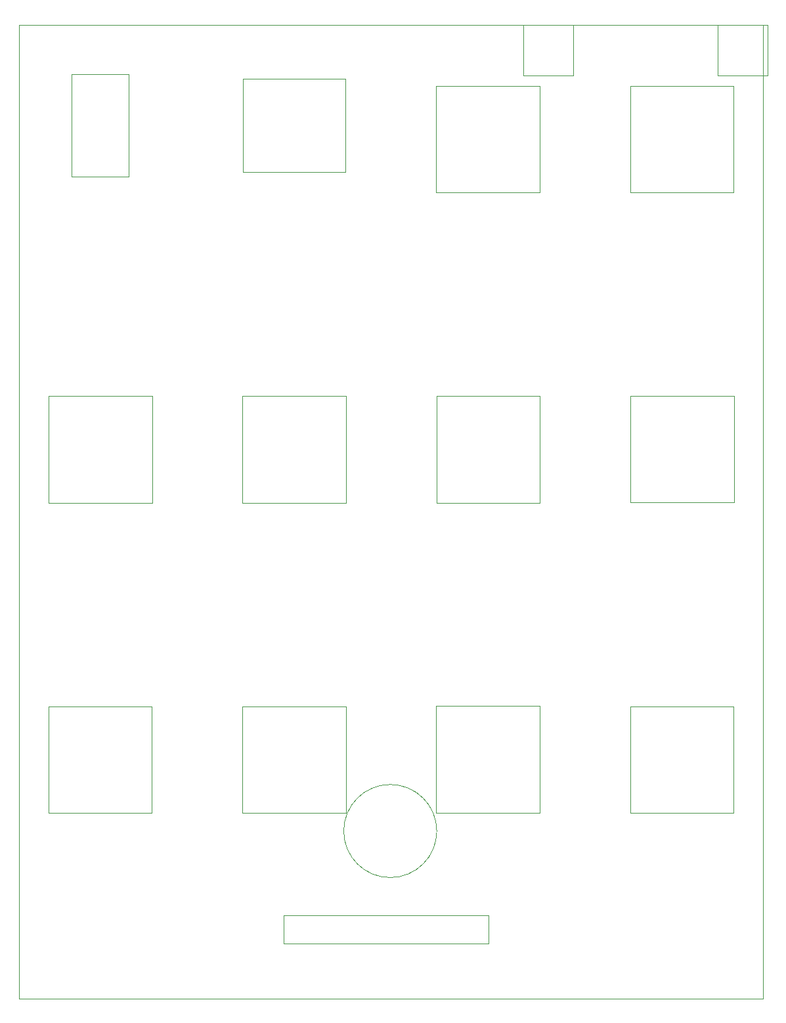
<source format=gbr>
%TF.GenerationSoftware,KiCad,Pcbnew,(5.1.9)-1*%
%TF.CreationDate,2021-11-13T23:25:43+00:00*%
%TF.ProjectId,KOSMOS Function Generator,4b4f534d-4f53-4204-9675-6e6374696f6e,rev?*%
%TF.SameCoordinates,Original*%
%TF.FileFunction,Other,User*%
%FSLAX46Y46*%
G04 Gerber Fmt 4.6, Leading zero omitted, Abs format (unit mm)*
G04 Created by KiCad (PCBNEW (5.1.9)-1) date 2021-11-13 23:25:43*
%MOMM*%
%LPD*%
G01*
G04 APERTURE LIST*
%TA.AperFunction,Profile*%
%ADD10C,0.050000*%
%TD*%
%ADD11C,0.050000*%
%ADD12C,0.120000*%
G04 APERTURE END LIST*
D10*
X19430000Y-142240000D02*
X19430000Y-16680000D01*
X115400000Y-142240000D02*
X19430000Y-142240000D01*
X115400000Y-16680000D02*
X115400000Y-142240000D01*
X19430000Y-16680000D02*
X115400000Y-16680000D01*
D11*
%TO.C,RV2*%
X111610000Y-78300000D02*
X111610000Y-64550000D01*
X98270000Y-78300000D02*
X111610000Y-78300000D01*
X98270000Y-64550000D02*
X98270000Y-78300000D01*
X111610000Y-64550000D02*
X98270000Y-64550000D01*
%TO.C,D8*%
X90930000Y-16740000D02*
X84480000Y-16740000D01*
X90930000Y-23240000D02*
X90930000Y-16740000D01*
X84480000Y-23240000D02*
X90930000Y-23240000D01*
X84480000Y-16740000D02*
X84480000Y-23240000D01*
%TO.C,D9*%
X109500000Y-16730000D02*
X109500000Y-23230000D01*
X109500000Y-23230000D02*
X115950000Y-23230000D01*
X115950000Y-23230000D02*
X115950000Y-16730000D01*
X115950000Y-16730000D02*
X109500000Y-16730000D01*
%TO.C,J2*%
X53530000Y-131560000D02*
X53530000Y-135160000D01*
X79980000Y-131560000D02*
X53530000Y-131560000D01*
X79980000Y-135160000D02*
X79980000Y-131560000D01*
X53530000Y-135160000D02*
X79980000Y-135160000D01*
%TO.C,RV1*%
X36600000Y-78330000D02*
X36600000Y-64580000D01*
X23260000Y-78330000D02*
X36600000Y-78330000D01*
X23260000Y-64580000D02*
X23260000Y-78330000D01*
X36600000Y-64580000D02*
X23260000Y-64580000D01*
%TO.C,RV3*%
X61600000Y-64580000D02*
X48260000Y-64580000D01*
X48260000Y-64580000D02*
X48260000Y-78330000D01*
X48260000Y-78330000D02*
X61600000Y-78330000D01*
X61600000Y-78330000D02*
X61600000Y-64580000D01*
%TO.C,RV4*%
X86600000Y-64580000D02*
X73260000Y-64580000D01*
X73260000Y-64580000D02*
X73260000Y-78330000D01*
X73260000Y-78330000D02*
X86600000Y-78330000D01*
X86600000Y-78330000D02*
X86600000Y-64580000D01*
%TO.C,RV5*%
X111590000Y-24580000D02*
X98250000Y-24580000D01*
X98250000Y-24580000D02*
X98250000Y-38330000D01*
X98250000Y-38330000D02*
X111590000Y-38330000D01*
X111590000Y-38330000D02*
X111590000Y-24580000D01*
%TO.C,RV6*%
X86590000Y-38320000D02*
X86590000Y-24570000D01*
X73250000Y-38320000D02*
X86590000Y-38320000D01*
X73250000Y-24570000D02*
X73250000Y-38320000D01*
X86590000Y-24570000D02*
X73250000Y-24570000D01*
%TO.C,RV7*%
X36590000Y-104590000D02*
X23250000Y-104590000D01*
X23250000Y-104590000D02*
X23250000Y-118340000D01*
X23250000Y-118340000D02*
X36590000Y-118340000D01*
X36590000Y-118340000D02*
X36590000Y-104590000D01*
%TO.C,RV8*%
X86580000Y-118300000D02*
X86580000Y-104550000D01*
X73240000Y-118300000D02*
X86580000Y-118300000D01*
X73240000Y-104550000D02*
X73240000Y-118300000D01*
X86580000Y-104550000D02*
X73240000Y-104550000D01*
%TO.C,RV9*%
X111600000Y-118330000D02*
X111600000Y-104580000D01*
X98260000Y-118330000D02*
X111600000Y-118330000D01*
X98260000Y-104580000D02*
X98260000Y-118330000D01*
X111600000Y-104580000D02*
X98260000Y-104580000D01*
%TO.C,RV10*%
X61590000Y-104570000D02*
X48250000Y-104570000D01*
X48250000Y-104570000D02*
X48250000Y-118320000D01*
X48250000Y-118320000D02*
X61590000Y-118320000D01*
X61590000Y-118320000D02*
X61590000Y-104570000D01*
D12*
%TO.C,SW1*%
X26210000Y-36270000D02*
X26210000Y-23070000D01*
X33610000Y-36270000D02*
X26210000Y-36270000D01*
X33610000Y-23070000D02*
X33610000Y-36270000D01*
X26210000Y-23070000D02*
X33610000Y-23070000D01*
%TO.C,SW2*%
X48320000Y-23670000D02*
X61520000Y-23670000D01*
X48320000Y-35670000D02*
X48320000Y-23670000D01*
X61520000Y-35670000D02*
X48320000Y-35670000D01*
X61520000Y-23670000D02*
X61520000Y-35670000D01*
%TO.C,SW3*%
X73310000Y-120650000D02*
G75*
G03*
X73310000Y-120650000I-6000000J0D01*
G01*
%TD*%
M02*

</source>
